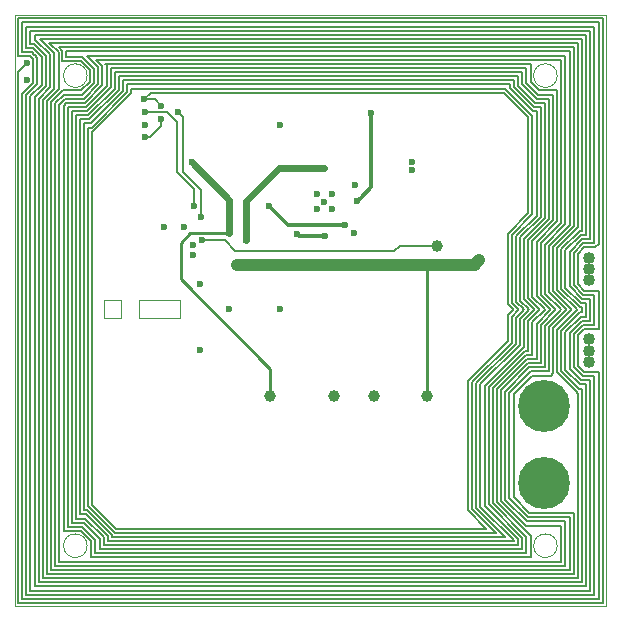
<source format=gbr>
%TF.GenerationSoftware,KiCad,Pcbnew,5.0.2-bee76a0~70~ubuntu18.04.1*%
%TF.CreationDate,2020-02-29T17:11:30-08:00*%
%TF.ProjectId,SolarCell+Y,536f6c61-7243-4656-9c6c-2b592e6b6963,rev?*%
%TF.SameCoordinates,Original*%
%TF.FileFunction,Copper,L5,Inr*%
%TF.FilePolarity,Positive*%
%FSLAX46Y46*%
G04 Gerber Fmt 4.6, Leading zero omitted, Abs format (unit mm)*
G04 Created by KiCad (PCBNEW 5.0.2-bee76a0~70~ubuntu18.04.1) date Sat 29 Feb 2020 05:11:30 PM PST*
%MOMM*%
%LPD*%
G01*
G04 APERTURE LIST*
%ADD10C,0.050000*%
%ADD11C,1.000000*%
%ADD12C,1.016000*%
%ADD13C,4.400000*%
%ADD14C,0.600000*%
%ADD15C,0.800000*%
%ADD16C,0.190000*%
%ADD17C,0.609600*%
%ADD18C,0.248920*%
%ADD19C,0.240000*%
%ADD20C,1.000000*%
%ADD21C,0.160000*%
%ADD22C,0.152400*%
%ADD23C,0.127000*%
%ADD24C,0.299720*%
G04 APERTURE END LIST*
D10*
X160500000Y-65600000D02*
X160500000Y-64100000D01*
X164000000Y-65600000D02*
X160500000Y-65600000D01*
X164000000Y-64100000D02*
X164000000Y-65600000D01*
X160500000Y-64100000D02*
X164000000Y-64100000D01*
X159000000Y-64100000D02*
X157500000Y-64100000D01*
X159000000Y-65650000D02*
X159000000Y-64100000D01*
X157500000Y-65650000D02*
X159000000Y-65650000D01*
X157500000Y-64100000D02*
X157500000Y-65650000D01*
X200000000Y-40000000D02*
X150000000Y-40000000D01*
X150000000Y-90000000D02*
X200000000Y-90000000D01*
X150000000Y-40000000D02*
X150000000Y-90000000D01*
X195900000Y-45100000D02*
G75*
G03X195900000Y-45100000I-1000000J0D01*
G01*
X156100000Y-84900000D02*
G75*
G03X156100000Y-84900000I-1000000J0D01*
G01*
X156100000Y-45100000D02*
G75*
G03X156100000Y-45100000I-1000000J0D01*
G01*
X195900000Y-84900000D02*
G75*
G03X195900000Y-84900000I-1000000J0D01*
G01*
X200000000Y-90000000D02*
X200000000Y-40000000D01*
D11*
X185750200Y-59512200D03*
X184835800Y-72263000D03*
X176987200Y-72263000D03*
X171602400Y-72263000D03*
X180424666Y-72263000D03*
D12*
X198566000Y-69330000D03*
X198566000Y-60530000D03*
X198566000Y-68380000D03*
X198566000Y-67430000D03*
X198566000Y-61480000D03*
X198566000Y-62430000D03*
D13*
X194800000Y-73100000D03*
X194800000Y-79600000D03*
D14*
X183593740Y-52415440D03*
X183593740Y-53050440D03*
X160978844Y-48166883D03*
X165112690Y-56134000D03*
X178796228Y-54378747D03*
X176174400Y-55806340D03*
X175574980Y-55144184D03*
X176844980Y-55144184D03*
X175567340Y-56413400D03*
X176844980Y-56388784D03*
X164338000Y-57912000D03*
X162575240Y-57912000D03*
X172417740Y-49303940D03*
X168148000Y-64897000D03*
X172466000Y-64897000D03*
X178689000Y-58420000D03*
X165684200Y-62738000D03*
X165684200Y-68300600D03*
X168148000Y-58420000D03*
X164973000Y-52451000D03*
X168783000Y-61147520D03*
D15*
X189300000Y-60700000D03*
D14*
X163830000Y-48196500D03*
X165700000Y-57100000D03*
X165862000Y-59055000D03*
X165100000Y-59436026D03*
X165100000Y-60325000D03*
X151000000Y-45500000D03*
X161036000Y-50292000D03*
X151003000Y-44005500D03*
X162359712Y-47637690D03*
X161036000Y-49276000D03*
X160909000Y-47117000D03*
X162369500Y-48750000D03*
X169560240Y-59019440D03*
X176184580Y-52959784D03*
X177942240Y-57749440D03*
X171528750Y-56161940D03*
X173878240Y-58471590D03*
X176218027Y-58650475D03*
X180164740Y-48224440D03*
X178954084Y-55753784D03*
D16*
X163700000Y-49000000D02*
X162866883Y-48166883D01*
X163700000Y-53300000D02*
X163700000Y-49000000D01*
X162866883Y-48166883D02*
X160978844Y-48166883D01*
X165112690Y-56134000D02*
X165112690Y-54712690D01*
X165112690Y-54712690D02*
X163700000Y-53300000D01*
D17*
X164973006Y-52451006D02*
X164973000Y-52451000D01*
X168148000Y-58420000D02*
X168148000Y-55626000D01*
X168148000Y-55626000D02*
X164973006Y-52451006D01*
D18*
X164846000Y-58420000D02*
X168148000Y-58420000D01*
X164007800Y-59258200D02*
X164846000Y-58420000D01*
D19*
X171602400Y-69902400D02*
X171602400Y-72263000D01*
X164007800Y-59258200D02*
X164007800Y-62307800D01*
X164007800Y-62307800D02*
X171602400Y-69902400D01*
D18*
X184835800Y-61157240D02*
X184826080Y-61147520D01*
X184835800Y-72263000D02*
X184835800Y-61157240D01*
D20*
X169207264Y-61147520D02*
X169209744Y-61150000D01*
X168783000Y-61147520D02*
X169207264Y-61147520D01*
X169209744Y-61150000D02*
X188950000Y-61150000D01*
X188950000Y-61150000D02*
X188950000Y-61050000D01*
X188950000Y-61050000D02*
X189300000Y-60700000D01*
D21*
X165713339Y-57086661D02*
X165700000Y-57100000D01*
D22*
X165713339Y-56881065D02*
X165713339Y-56650000D01*
D16*
X163830000Y-48196500D02*
X164200000Y-48566500D01*
X164200000Y-48566500D02*
X164200000Y-53300000D01*
X165700000Y-54800000D02*
X165700000Y-57100000D01*
X164200000Y-53300000D02*
X165700000Y-54800000D01*
D22*
X168656000Y-59944000D02*
X182118000Y-59944000D01*
X165862000Y-59055000D02*
X167767000Y-59055000D01*
X167767000Y-59055000D02*
X168656000Y-59944000D01*
X182549800Y-59512200D02*
X185750200Y-59512200D01*
X182118000Y-59944000D02*
X182549800Y-59512200D01*
D16*
X152600000Y-46000000D02*
X152600000Y-43400000D01*
X197900000Y-65500000D02*
X196600000Y-66800000D01*
X153700000Y-42700000D02*
X197300000Y-42700000D01*
X156352026Y-44587749D02*
X155614277Y-43850000D01*
X193750000Y-70500000D02*
X192200000Y-72050000D01*
X155614277Y-43850000D02*
X154000000Y-43850000D01*
X155615801Y-46348475D02*
X156352026Y-45612250D01*
X195550000Y-59600000D02*
X195550000Y-63350000D01*
X197300000Y-82150000D02*
X197300000Y-87300000D01*
X195350000Y-70500000D02*
X193750000Y-70500000D01*
X154000000Y-43000000D02*
X153700000Y-42700000D01*
X192200000Y-72050000D02*
X192200000Y-80801976D01*
X193450000Y-56750000D02*
X191700000Y-58500000D01*
X189900000Y-83450000D02*
X158550000Y-83450000D01*
X191700000Y-64450000D02*
X192150000Y-64900000D01*
X193548024Y-82150000D02*
X197300000Y-82150000D01*
X195550000Y-70300000D02*
X195350000Y-70500000D01*
X154000000Y-43850000D02*
X154000000Y-43000000D01*
X195550000Y-63350000D02*
X197100000Y-64900000D01*
X197300000Y-42700000D02*
X197300000Y-57850000D01*
X191700000Y-67600000D02*
X188350000Y-70950000D01*
X196600000Y-70000000D02*
X197850000Y-71250000D01*
X196250000Y-70100000D02*
X197750000Y-71600000D01*
X196600000Y-66800000D02*
X196600000Y-70000000D01*
X197300000Y-57850000D02*
X195550000Y-59600000D01*
X197300000Y-87300000D02*
X152700000Y-87300000D01*
X191400000Y-46550000D02*
X193450000Y-48600000D01*
X193450000Y-48600000D02*
X193450000Y-56750000D01*
X191700000Y-58500000D02*
X191700000Y-64450000D01*
X192150000Y-64950000D02*
X191700000Y-65400000D01*
X188350000Y-70950000D02*
X188350000Y-81900000D01*
X158550000Y-83450000D02*
X156550000Y-81450000D01*
X197100000Y-64950000D02*
X195550000Y-66500000D01*
X188350000Y-81900000D02*
X189900000Y-83450000D01*
X156352026Y-45612250D02*
X156352026Y-44587749D01*
X197100000Y-64900000D02*
X197100000Y-64950000D01*
X197850000Y-71250000D02*
X198350000Y-71250000D01*
X192150000Y-64900000D02*
X192150000Y-64950000D01*
X191700000Y-65400000D02*
X191700000Y-67600000D01*
X195550000Y-66500000D02*
X195550000Y-70300000D01*
X151300000Y-88700000D02*
X151300000Y-46850000D01*
X196600000Y-63050000D02*
X197900000Y-64350000D01*
X153300000Y-46200000D02*
X153300000Y-43200000D01*
X198000000Y-64000000D02*
X198700000Y-64000000D01*
X197300000Y-69800000D02*
X198050000Y-70550000D01*
X197550000Y-64900000D02*
X197550000Y-64950000D01*
X198350000Y-64350000D02*
X198350000Y-65500000D01*
X192200000Y-80801976D02*
X193548024Y-82150000D01*
X189050000Y-71150000D02*
X189050000Y-81700000D01*
X192400000Y-67800000D02*
X189050000Y-71150000D01*
X191900000Y-45850000D02*
X191900000Y-46150000D01*
X192950000Y-44800000D02*
X192950000Y-45850000D01*
X192600000Y-64900000D02*
X192600000Y-64950000D01*
X157500000Y-84850000D02*
X157500000Y-84200000D01*
X156500000Y-49500000D02*
X159500000Y-46500000D01*
X156100000Y-81900000D02*
X155850000Y-81900000D01*
X194250000Y-46700000D02*
X195550000Y-46700000D01*
X193050000Y-64900000D02*
X193000000Y-64950000D01*
X155150000Y-82600000D02*
X155150000Y-48450000D01*
X193000000Y-64950000D02*
X193000000Y-65000000D01*
X159500000Y-46500000D02*
X159500000Y-45850000D01*
X155900000Y-82600000D02*
X155150000Y-82600000D01*
X193650000Y-45619852D02*
X194380148Y-46350000D01*
X194150000Y-48100000D02*
X194150000Y-56950000D01*
X192050000Y-65500000D02*
X192050000Y-67700000D01*
X195200000Y-57250000D02*
X193450000Y-59000000D01*
X159500000Y-45850000D02*
X191900000Y-45850000D01*
X195900000Y-46350000D02*
X195900000Y-57450000D01*
X154100000Y-47650000D02*
X154350000Y-47400000D01*
X193300000Y-84150000D02*
X193300000Y-85550000D01*
X156200000Y-49500000D02*
X156500000Y-49500000D01*
X189050000Y-81700000D02*
X191500000Y-84150000D01*
X192050000Y-64350000D02*
X192600000Y-64900000D01*
X192050000Y-67700000D02*
X188700000Y-71050000D01*
X194400000Y-64950000D02*
X193450000Y-65900000D01*
X196650000Y-64950000D02*
X195200000Y-66400000D01*
X192050000Y-58600000D02*
X192050000Y-64350000D01*
X195300000Y-64900000D02*
X195300000Y-64950000D01*
X192600000Y-64950000D02*
X192050000Y-65500000D01*
X157850000Y-84100000D02*
X156000000Y-82250000D01*
X196100000Y-65050000D02*
X194850000Y-66300000D01*
X196950000Y-82500000D02*
X196950000Y-86950000D01*
X193450000Y-69450000D02*
X191150000Y-71750000D01*
X193950000Y-47750000D02*
X194500000Y-47750000D01*
X194850000Y-63550000D02*
X196200000Y-64900000D01*
X153400000Y-47450000D02*
X154150000Y-46700000D01*
X158200000Y-84150000D02*
X158200000Y-84000000D01*
X156550000Y-81450000D02*
X156550000Y-49900000D01*
X193100000Y-58900000D02*
X193100000Y-64050000D01*
X193800000Y-63850000D02*
X194850000Y-64900000D01*
X195550000Y-57350000D02*
X193800000Y-59100000D01*
X153750000Y-47550000D02*
X154250000Y-47050000D01*
X158100000Y-44450000D02*
X193300000Y-44450000D01*
X158100000Y-46100000D02*
X158100000Y-44450000D01*
X191150000Y-81100000D02*
X193250000Y-83200000D01*
X193800000Y-59100000D02*
X193800000Y-63850000D01*
X194150000Y-56950000D02*
X192400000Y-58700000D01*
X194500000Y-57050000D02*
X192750000Y-58800000D01*
X156100000Y-48100000D02*
X158100000Y-46100000D01*
X154800000Y-48100000D02*
X156100000Y-48100000D01*
X155800000Y-82950000D02*
X154800000Y-82950000D01*
X193100000Y-68050000D02*
X193050000Y-68050000D01*
X156200000Y-48450000D02*
X158450000Y-46200000D01*
X157150000Y-84300000D02*
X155800000Y-82950000D01*
X196250000Y-43750000D02*
X196250000Y-57550000D01*
X193300000Y-44450000D02*
X193300000Y-45750000D01*
X157150000Y-85200000D02*
X157150000Y-84300000D01*
X192950000Y-84250000D02*
X192950000Y-85200000D01*
X193800000Y-68750000D02*
X193250000Y-68750000D01*
X190100000Y-81400000D02*
X192950000Y-84250000D01*
X190100000Y-71450000D02*
X190100000Y-81400000D01*
X193150000Y-68400000D02*
X190100000Y-71450000D01*
X193450000Y-63950000D02*
X194400000Y-64900000D01*
X194850000Y-57150000D02*
X193100000Y-58900000D01*
X193450000Y-59000000D02*
X193450000Y-63950000D01*
X194850000Y-59400000D02*
X194850000Y-63550000D01*
X192400000Y-65600000D02*
X192400000Y-67800000D01*
X158450000Y-44800000D02*
X192950000Y-44800000D01*
X194050000Y-47400000D02*
X194850000Y-47400000D01*
X194150000Y-47050000D02*
X195200000Y-47050000D01*
X194500000Y-47750000D02*
X194500000Y-57050000D01*
X155150000Y-48450000D02*
X156200000Y-48450000D01*
X154350000Y-43500000D02*
X154350000Y-43050000D01*
X157500000Y-84200000D02*
X155900000Y-82600000D01*
X193300000Y-45750000D02*
X194250000Y-46700000D01*
X192600000Y-45150000D02*
X192600000Y-45950000D01*
X192600000Y-84350000D02*
X192600000Y-84850000D01*
X189750000Y-71350000D02*
X189750000Y-81500000D01*
X193650000Y-85900000D02*
X156450000Y-85900000D01*
X194850000Y-64950000D02*
X193800000Y-66000000D01*
X155850000Y-81900000D02*
X155850000Y-49150000D01*
X193950000Y-64950000D02*
X193100000Y-65800000D01*
X193100000Y-65800000D02*
X193100000Y-68050000D01*
X196250000Y-83200000D02*
X196250000Y-86250000D01*
X189750000Y-81500000D02*
X192600000Y-84350000D01*
X157050000Y-45800000D02*
X157050000Y-44400000D01*
X193650000Y-70150000D02*
X191850000Y-71950000D01*
X193950000Y-64900000D02*
X193950000Y-64950000D01*
X196600000Y-86600000D02*
X153400000Y-86600000D01*
X193450000Y-64950000D02*
X193450000Y-65000000D01*
X194500000Y-66200000D02*
X194500000Y-69450000D01*
X157050000Y-44400000D02*
X156050000Y-43400000D01*
X158800000Y-46300000D02*
X158800000Y-45150000D01*
X194850000Y-47400000D02*
X194850000Y-57150000D01*
X192400000Y-64250000D02*
X193050000Y-64900000D01*
X192600000Y-45950000D02*
X194050000Y-47400000D01*
X193850000Y-48100000D02*
X194150000Y-48100000D01*
X193050000Y-68050000D02*
X189750000Y-71350000D01*
X155500000Y-48800000D02*
X156300000Y-48800000D01*
X196250000Y-57550000D02*
X194500000Y-59300000D01*
X154450000Y-83300000D02*
X154450000Y-47750000D01*
X155500000Y-82250000D02*
X155500000Y-48800000D01*
X192200000Y-84500000D02*
X157850000Y-84500000D01*
X155850000Y-49150000D02*
X156400000Y-49150000D01*
X192250000Y-84450000D02*
X192200000Y-84500000D01*
X154800000Y-82950000D02*
X154800000Y-48100000D01*
X193450000Y-68400000D02*
X193150000Y-68400000D01*
X193550000Y-69800000D02*
X191500000Y-71850000D01*
X193800000Y-56850000D02*
X192050000Y-58600000D01*
X192950000Y-45850000D02*
X194150000Y-47050000D01*
X156200000Y-81550000D02*
X156200000Y-49500000D01*
X189400000Y-71250000D02*
X189400000Y-81600000D01*
X193450000Y-65000000D02*
X192750000Y-65700000D01*
X195750000Y-64900000D02*
X195750000Y-64950000D01*
X195200000Y-66400000D02*
X195200000Y-70150000D01*
X194850000Y-64900000D02*
X194850000Y-64950000D01*
X193500000Y-64900000D02*
X193450000Y-64950000D01*
X192750000Y-64150000D02*
X193500000Y-64900000D01*
X191150000Y-71750000D02*
X191150000Y-81100000D01*
X191500000Y-46200000D02*
X193800000Y-48500000D01*
X192750000Y-58800000D02*
X192750000Y-64150000D01*
X193000000Y-65000000D02*
X192400000Y-65600000D01*
X192250000Y-45500000D02*
X192250000Y-46050000D01*
X191900000Y-46150000D02*
X193850000Y-48100000D01*
X194850000Y-66300000D02*
X194850000Y-69800000D01*
X190700000Y-83800000D02*
X158450000Y-83800000D01*
X189400000Y-81600000D02*
X192250000Y-84450000D01*
X156050000Y-43400000D02*
X196600000Y-43400000D01*
X159850000Y-46600000D02*
X159850000Y-46200000D01*
X159150000Y-46400000D02*
X159150000Y-45500000D01*
X196250000Y-86250000D02*
X153750000Y-86250000D01*
X190450000Y-71550000D02*
X190450000Y-81300000D01*
X153050000Y-86950000D02*
X153050000Y-47350000D01*
X156400000Y-49150000D02*
X159150000Y-46400000D01*
X158450000Y-46200000D02*
X158450000Y-44800000D01*
X190450000Y-81300000D02*
X193300000Y-84150000D01*
X153750000Y-86250000D02*
X153750000Y-47550000D01*
X159850000Y-46200000D02*
X191500000Y-46200000D01*
X156450000Y-84485723D02*
X155614277Y-83650000D01*
X156550000Y-49900000D02*
X159850000Y-46600000D01*
X156300000Y-48800000D02*
X158800000Y-46300000D01*
X192400000Y-58700000D02*
X192400000Y-64250000D01*
X193800000Y-48500000D02*
X193800000Y-56850000D01*
X191850000Y-80900000D02*
X193450000Y-82500000D01*
X193100000Y-64050000D02*
X193950000Y-64900000D01*
X157650000Y-44100000D02*
X193650000Y-44100000D01*
X158200000Y-84000000D02*
X156100000Y-81900000D01*
X192750000Y-65700000D02*
X192750000Y-67900000D01*
X158450000Y-83800000D02*
X156200000Y-81550000D01*
X191500000Y-84150000D02*
X158200000Y-84150000D01*
X188700000Y-81800000D02*
X190700000Y-83800000D01*
X194500000Y-63650000D02*
X195750000Y-64900000D01*
X193800000Y-66000000D02*
X193800000Y-68750000D01*
X194400000Y-64900000D02*
X194400000Y-64950000D01*
X193250000Y-68750000D02*
X190450000Y-71550000D01*
X192950000Y-85200000D02*
X157150000Y-85200000D01*
X190800000Y-81200000D02*
X193653493Y-84053493D01*
X155700000Y-83300000D02*
X154450000Y-83300000D01*
X193300000Y-85550000D02*
X156800000Y-85550000D01*
X159150000Y-45500000D02*
X192250000Y-45500000D01*
X156800000Y-85550000D02*
X156800000Y-84400000D01*
X156800000Y-84400000D02*
X155700000Y-83300000D01*
X154450000Y-47750000D02*
X156000000Y-47750000D01*
X192750000Y-67900000D02*
X189400000Y-71250000D01*
X193250000Y-83200000D02*
X196250000Y-83200000D01*
X156000000Y-47750000D02*
X157750000Y-46000000D01*
X192600000Y-84850000D02*
X157500000Y-84850000D01*
X156700000Y-44500000D02*
X155700000Y-43500000D01*
X157400000Y-44300000D02*
X156850000Y-43750000D01*
X193650000Y-44100000D02*
X193650000Y-45619852D01*
X194380148Y-46350000D02*
X195900000Y-46350000D01*
X156000000Y-82250000D02*
X155500000Y-82250000D01*
X195900000Y-57450000D02*
X194150000Y-59200000D01*
X194150000Y-59200000D02*
X194150000Y-63750000D01*
X158800000Y-45150000D02*
X192600000Y-45150000D01*
X194150000Y-66100000D02*
X194150000Y-69100000D01*
X157750000Y-46000000D02*
X157750000Y-44200000D01*
X195200000Y-47050000D02*
X195200000Y-57250000D01*
X194150000Y-63750000D02*
X195300000Y-64900000D01*
X195300000Y-64950000D02*
X194150000Y-66100000D01*
X154350000Y-47400000D02*
X155900000Y-47400000D01*
X193653493Y-84053493D02*
X193653493Y-85896507D01*
X194150000Y-69100000D02*
X193350000Y-69100000D01*
X193350000Y-69100000D02*
X190800000Y-71650000D01*
X188700000Y-71050000D02*
X188700000Y-81800000D01*
X156450000Y-85900000D02*
X156450000Y-84485723D01*
X193450000Y-65900000D02*
X193450000Y-68400000D01*
X190800000Y-71650000D02*
X190800000Y-81200000D01*
X195550000Y-46700000D02*
X195550000Y-57350000D01*
X196200000Y-64900000D02*
X196100000Y-65000000D01*
X155614277Y-83650000D02*
X154100000Y-83650000D01*
X155900000Y-47400000D02*
X157400000Y-45900000D01*
X157400000Y-45900000D02*
X157400000Y-44300000D01*
X156850000Y-43750000D02*
X196250000Y-43750000D01*
X154100000Y-83650000D02*
X154100000Y-47650000D01*
X194500000Y-59300000D02*
X194500000Y-63650000D01*
X193653493Y-85896507D02*
X193650000Y-85900000D01*
X195750000Y-64950000D02*
X194500000Y-66200000D01*
X194500000Y-69450000D02*
X193450000Y-69450000D01*
X154250000Y-47050000D02*
X155800000Y-47050000D01*
X155800000Y-47050000D02*
X157050000Y-45800000D01*
X192250000Y-46050000D02*
X193950000Y-47750000D01*
X196600000Y-57650000D02*
X194850000Y-59400000D01*
X157750000Y-44200000D02*
X157650000Y-44100000D01*
X196600000Y-43400000D02*
X196600000Y-57650000D01*
X157850000Y-84500000D02*
X157850000Y-84100000D01*
X196100000Y-65000000D02*
X196100000Y-65050000D01*
X194850000Y-69800000D02*
X193550000Y-69800000D01*
X191500000Y-71850000D02*
X191500000Y-81000000D01*
X191500000Y-81000000D02*
X193350000Y-82850000D01*
X193350000Y-82850000D02*
X196600000Y-82850000D01*
X196600000Y-82850000D02*
X196600000Y-86600000D01*
X153400000Y-86600000D02*
X153400000Y-47450000D01*
X154150000Y-46700000D02*
X155700000Y-46700000D01*
X155700000Y-46700000D02*
X156700000Y-45700000D01*
X156700000Y-45700000D02*
X156700000Y-44500000D01*
X155700000Y-43500000D02*
X154350000Y-43500000D01*
X154350000Y-43050000D02*
X196950000Y-43050000D01*
X196950000Y-43050000D02*
X196950000Y-57750000D01*
X196950000Y-57750000D02*
X195200000Y-59500000D01*
X195200000Y-59500000D02*
X195200000Y-63450000D01*
X195200000Y-63450000D02*
X196650000Y-64900000D01*
X196650000Y-64900000D02*
X196650000Y-64950000D01*
X195200000Y-70150000D02*
X193650000Y-70150000D01*
X191850000Y-71950000D02*
X191850000Y-80900000D01*
X193450000Y-82500000D02*
X196950000Y-82500000D01*
X196950000Y-86950000D02*
X153050000Y-86950000D01*
X153050000Y-47350000D02*
X154051525Y-46348475D01*
X154051525Y-46348475D02*
X155603207Y-46348475D01*
X155603207Y-46348475D02*
X155609504Y-46342178D01*
X198350000Y-88350000D02*
X151650000Y-88350000D01*
X151650000Y-46950000D02*
X152600000Y-46000000D01*
X150950000Y-40950000D02*
X199050000Y-40950000D01*
X152600000Y-43400000D02*
X151600000Y-42400000D01*
X196950000Y-60000000D02*
X196950000Y-62950000D01*
X197950000Y-70900000D02*
X198700000Y-70900000D01*
X196950000Y-62950000D02*
X198000000Y-64000000D01*
X198000000Y-58950000D02*
X196950000Y-60000000D01*
X198700000Y-64000000D02*
X198700000Y-65850000D01*
X198050000Y-70550000D02*
X199050000Y-70550000D01*
X198700000Y-58950000D02*
X198000000Y-58950000D01*
X151600000Y-42400000D02*
X151300000Y-42400000D01*
X196600000Y-59900000D02*
X196600000Y-63050000D01*
X151300000Y-41300000D02*
X198700000Y-41300000D01*
X197650000Y-72000000D02*
X197650000Y-87650000D01*
X198700000Y-41300000D02*
X198700000Y-58950000D01*
X198000000Y-42000000D02*
X198000000Y-58250000D01*
X198100000Y-66200000D02*
X197300000Y-67000000D01*
X152100000Y-42000000D02*
X198000000Y-42000000D01*
X197300000Y-62850000D02*
X198100000Y-63650000D01*
X198100000Y-59300000D02*
X197300000Y-60100000D01*
X152350000Y-47150000D02*
X153300000Y-46200000D01*
X199050000Y-63650000D02*
X199050000Y-66200000D01*
X152700000Y-47250000D02*
X153682990Y-46267010D01*
X150950000Y-89050000D02*
X150950000Y-46748318D01*
X152350000Y-87650000D02*
X152350000Y-47150000D01*
X197650000Y-87650000D02*
X152350000Y-87650000D01*
X152950000Y-46100000D02*
X152950000Y-43300000D01*
X150950000Y-46748318D02*
X151867010Y-45831309D01*
X197550000Y-64950000D02*
X195900000Y-66600000D01*
X197600000Y-71950000D02*
X197650000Y-72000000D01*
X197900000Y-58600000D02*
X196600000Y-59900000D01*
X150950000Y-42750000D02*
X150950000Y-40950000D01*
X152700000Y-87300000D02*
X152700000Y-47250000D01*
X197650000Y-57950000D02*
X195900000Y-59700000D01*
X197900000Y-64350000D02*
X198350000Y-64350000D01*
X197750000Y-71600000D02*
X198000000Y-71600000D01*
X199000000Y-59300000D02*
X198100000Y-59300000D01*
X195900000Y-59700000D02*
X195900000Y-63250000D01*
X152250000Y-45900000D02*
X152250000Y-43500000D01*
X198350000Y-65500000D02*
X197900000Y-65500000D01*
X195900000Y-70200000D02*
X197600000Y-71900000D01*
X153682990Y-43132990D02*
X152900000Y-42350000D01*
X198000000Y-88000000D02*
X152000000Y-88000000D01*
X198000000Y-65850000D02*
X196950000Y-66900000D01*
X153300000Y-43200000D02*
X152100000Y-42000000D01*
X197300000Y-67000000D02*
X197300000Y-69800000D01*
X151700000Y-42050000D02*
X151700000Y-41650000D01*
X153682990Y-46267010D02*
X153682990Y-43132990D01*
X152000000Y-88000000D02*
X152000000Y-47050000D01*
X196250000Y-59800000D02*
X196250000Y-63150000D01*
X197600000Y-71900000D02*
X197600000Y-71950000D01*
X197650000Y-42350000D02*
X197650000Y-57950000D01*
X196250000Y-63150000D02*
X197800000Y-64700000D01*
X196950000Y-69900000D02*
X197950000Y-70900000D01*
X198000000Y-58250000D02*
X197800000Y-58250000D01*
X151300000Y-42400000D02*
X151300000Y-41300000D01*
X197800000Y-58250000D02*
X196250000Y-59800000D01*
X152900000Y-42350000D02*
X197650000Y-42350000D01*
X198000000Y-64700000D02*
X198000000Y-65150000D01*
X198350000Y-41650000D02*
X198350000Y-58600000D01*
X198000000Y-65150000D02*
X197800000Y-65150000D01*
X197800000Y-65150000D02*
X196250000Y-66700000D01*
X195900000Y-66600000D02*
X195900000Y-70200000D01*
X199050000Y-40950000D02*
X199050000Y-59250000D01*
X196250000Y-66700000D02*
X196250000Y-70100000D01*
X197800000Y-64700000D02*
X198000000Y-64700000D01*
X151867010Y-43568691D02*
X151648318Y-43350000D01*
X152000000Y-47050000D02*
X152950000Y-46100000D01*
X151650000Y-88350000D02*
X151650000Y-46950000D01*
X151700000Y-41650000D02*
X198350000Y-41650000D01*
X152950000Y-43300000D02*
X151700000Y-42050000D01*
X198000000Y-71600000D02*
X198000000Y-88000000D01*
X198350000Y-58600000D02*
X197900000Y-58600000D01*
X199050000Y-66200000D02*
X198100000Y-66200000D01*
X197300000Y-60100000D02*
X197300000Y-62850000D01*
X198700000Y-70900000D02*
X198700000Y-88700000D01*
X195900000Y-63250000D02*
X197550000Y-64900000D01*
X199050000Y-59250000D02*
X199000000Y-59300000D01*
X196950000Y-66900000D02*
X196950000Y-69900000D01*
X198100000Y-63650000D02*
X199050000Y-63650000D01*
X199050000Y-70550000D02*
X199050000Y-89050000D01*
X199050000Y-89050000D02*
X150950000Y-89050000D01*
X151867010Y-45831309D02*
X151867010Y-43568691D01*
X152250000Y-43500000D02*
X151500000Y-42750000D01*
X198700000Y-88700000D02*
X151300000Y-88700000D01*
X151300000Y-46850000D02*
X152250000Y-45900000D01*
X198350000Y-71250000D02*
X198350000Y-88350000D01*
X151500000Y-42750000D02*
X150950000Y-42750000D01*
X198700000Y-65850000D02*
X198000000Y-65850000D01*
D23*
X162369500Y-48750000D02*
X162369500Y-48662193D01*
D16*
X161476000Y-46550000D02*
X160909000Y-47117000D01*
X191400000Y-46550000D02*
X161476000Y-46550000D01*
X150247010Y-44761490D02*
X151003000Y-44005500D01*
X150247010Y-89752990D02*
X150247010Y-44761490D01*
X199752990Y-89752990D02*
X150247010Y-89752990D01*
X199752990Y-40247010D02*
X199752990Y-89752990D01*
X150250000Y-40250000D02*
X150247010Y-40247010D01*
X150250000Y-43450000D02*
X150250000Y-40250000D01*
X151300000Y-43450000D02*
X150250000Y-43450000D01*
X151550000Y-43700000D02*
X151300000Y-43450000D01*
X150600000Y-46650000D02*
X151550000Y-45700000D01*
X150600000Y-89400000D02*
X150600000Y-46650000D01*
X199400000Y-89400000D02*
X150600000Y-89400000D01*
X198150000Y-70200000D02*
X199400000Y-70200000D01*
X197650000Y-69700000D02*
X198150000Y-70200000D01*
X199400000Y-40600000D02*
X199400000Y-59350000D01*
X150600000Y-40600000D02*
X199400000Y-40600000D01*
X199400000Y-70200000D02*
X199400000Y-89400000D01*
X151400000Y-43100000D02*
X150600000Y-43100000D01*
X151550000Y-45700000D02*
X151550000Y-43700000D01*
X150600000Y-43100000D02*
X150600000Y-40600000D01*
X199400000Y-63300000D02*
X199400000Y-66550000D01*
X150247010Y-40247010D02*
X199752990Y-40247010D01*
X151642850Y-43344532D02*
X151400000Y-43101682D01*
X199400000Y-66550000D02*
X198200000Y-66550000D01*
X197650000Y-62750000D02*
X198200000Y-63300000D01*
X199100000Y-59650000D02*
X198200000Y-59650000D01*
X198200000Y-59650000D02*
X197650000Y-60200000D01*
X197650000Y-60200000D02*
X197650000Y-62750000D01*
X198200000Y-63300000D02*
X199400000Y-63300000D01*
X151400000Y-43101682D02*
X151400000Y-43100000D01*
X198200000Y-66550000D02*
X197650000Y-67100000D01*
X199400000Y-59350000D02*
X199100000Y-59650000D01*
X197650000Y-67100000D02*
X197650000Y-69700000D01*
X161839022Y-47117000D02*
X162359712Y-47637690D01*
X160909000Y-47117000D02*
X161839022Y-47117000D01*
X162369500Y-49382764D02*
X162369500Y-49174264D01*
X162369500Y-49174264D02*
X162369500Y-48750000D01*
X161460264Y-50292000D02*
X162369500Y-49382764D01*
X161036000Y-50292000D02*
X161460264Y-50292000D01*
D17*
X172338216Y-52959784D02*
X176184580Y-52959784D01*
X169545000Y-55753000D02*
X172338216Y-52959784D01*
X169545000Y-58591109D02*
X169545000Y-55753000D01*
X169560240Y-59019440D02*
X169560240Y-58606349D01*
X169560240Y-58606349D02*
X169545000Y-58591109D01*
D24*
X173116250Y-57749440D02*
X177942240Y-57749440D01*
X171528750Y-56161940D02*
X173116250Y-57749440D01*
X174048663Y-58642013D02*
X176222019Y-58642013D01*
X173878240Y-58471590D02*
X174048663Y-58642013D01*
X179246183Y-55461685D02*
X179246183Y-55449817D01*
X178954084Y-55753784D02*
X179246183Y-55461685D01*
X180164740Y-54531260D02*
X180164740Y-48224440D01*
X179246183Y-55449817D02*
X180164740Y-54531260D01*
M02*

</source>
